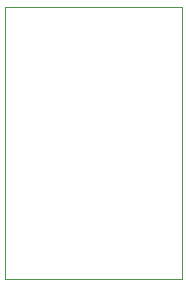
<source format=gbr>
%TF.GenerationSoftware,KiCad,Pcbnew,7.0.5*%
%TF.CreationDate,2023-10-16T18:33:14-04:00*%
%TF.ProjectId,Inductor,496e6475-6374-46f7-922e-6b696361645f,rev?*%
%TF.SameCoordinates,PX7270e00PY6a55ae0*%
%TF.FileFunction,Profile,NP*%
%FSLAX46Y46*%
G04 Gerber Fmt 4.6, Leading zero omitted, Abs format (unit mm)*
G04 Created by KiCad (PCBNEW 7.0.5) date 2023-10-16 18:33:14*
%MOMM*%
%LPD*%
G01*
G04 APERTURE LIST*
%TA.AperFunction,Profile*%
%ADD10C,0.050000*%
%TD*%
G04 APERTURE END LIST*
D10*
X0Y23000000D02*
X15000000Y23000000D01*
X15000000Y0D01*
X0Y0D01*
X0Y23000000D01*
M02*

</source>
